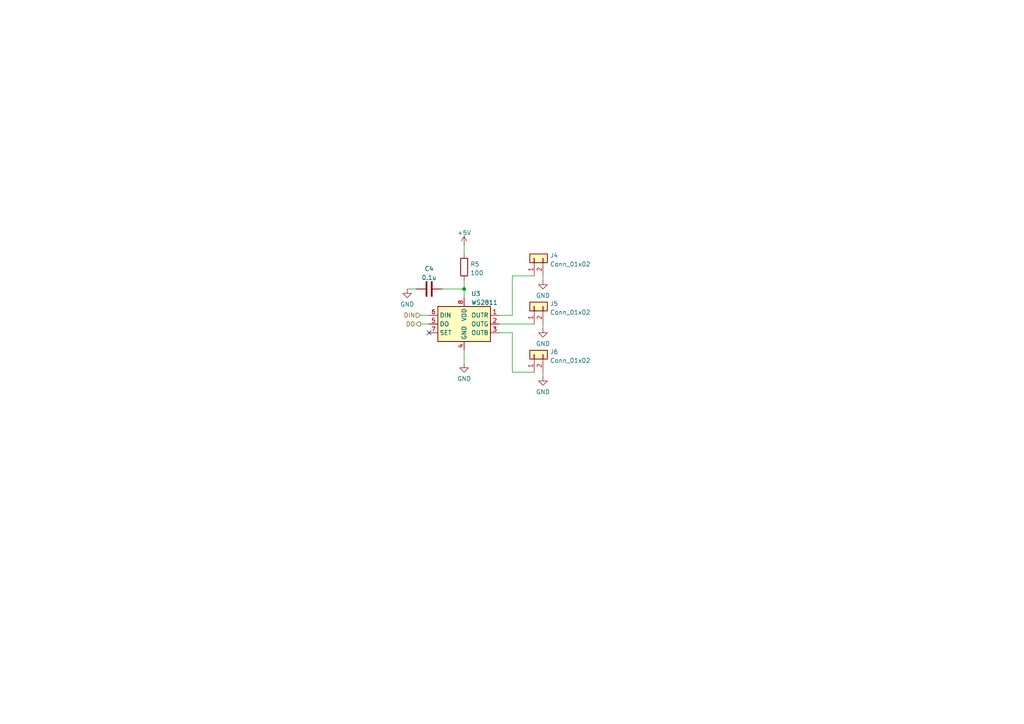
<source format=kicad_sch>
(kicad_sch (version 20211123) (generator eeschema)
  (paper "A4")
  (lib_symbols
    (symbol "Connector_Generic:Conn_01x02" (pin_names (offset 1.016) hide)
      (property "Reference" "J" (at 0 2.54 0))
      (property "Value" "Conn_01x02" (at 0 -5.08 0))
      (symbol "Conn_01x02_1_1"
        (rectangle (start -1.27 -2.413) (end 0 -2.667) (stroke (width 0.1524)))
        (rectangle (start -1.27 0.127) (end 0 -0.127) (stroke (width 0.1524)))
        (rectangle (start -1.27 1.27) (end 1.27 -3.81) (stroke (width 0.254)) (fill (type background)))
        (pin passive line (at -5.08 0 0) (length 3.81) (name "Pin_1") (number "1"))
        (pin passive line (at -5.08 -2.54 0) (length 3.81) (name "Pin_2") (number "2"))
      )
    )
    (symbol "Device:C" (pin_numbers hide) (pin_names (offset 0.254))
      (property "Reference" "C" (at 0.635 2.54 0))
      (property "Value" "C" (at 0.635 -2.54 0))
      (symbol "C_0_1"
        (polyline (pts (xy -2.032 -0.762) (xy 2.032 -0.762)) (stroke (width 0.508)))
        (polyline (pts (xy -2.032 0.762) (xy 2.032 0.762)) (stroke (width 0.508)))
      )
      (symbol "C_1_1"
        (pin passive line (at 0 3.81 270) (length 2.794) (name "~") (number "1"))
        (pin passive line (at 0 -3.81 90) (length 2.794) (name "~") (number "2"))
      )
    )
    (symbol "Device:R" (pin_numbers hide) (pin_names (offset 0))
      (property "Reference" "R" (at 2.032 0 90))
      (property "Value" "R" (at 0 0 90))
      (symbol "R_0_1"
        (rectangle (start -1.016 -2.54) (end 1.016 2.54) (stroke (width 0.254)))
      )
      (symbol "R_1_1"
        (pin passive line (at 0 3.81 270) (length 1.27) (name "~") (number "1"))
        (pin passive line (at 0 -3.81 90) (length 1.27) (name "~") (number "2"))
      )
    )
    (symbol "Driver_LED:WS2811"
      (property "Reference" "U" (at -6.35 6.35 0))
      (property "Value" "WS2811" (at 5.08 6.35 0))
      (symbol "WS2811_0_1"
        (rectangle (start -7.62 5.08) (end 7.62 -5.08) (stroke (width 0.254)) (fill (type background)))
      )
      (symbol "WS2811_1_1"
        (pin output line (at 10.16 2.54 180) (length 2.54) (name "OUTR") (number "1"))
        (pin output line (at 10.16 0 180) (length 2.54) (name "OUTG") (number "2"))
        (pin output line (at 10.16 -2.54 180) (length 2.54) (name "OUTB") (number "3"))
        (pin power_in line (at 0 -7.62 90) (length 2.54) (name "GND") (number "4"))
        (pin output line (at -10.16 0 0) (length 2.54) (name "DO") (number "5"))
        (pin input line (at -10.16 2.54 0) (length 2.54) (name "DIN") (number "6"))
        (pin input line (at -10.16 -2.54 0) (length 2.54) (name "SET") (number "7"))
        (pin power_in line (at 0 7.62 270) (length 2.54) (name "VDD") (number "8"))
      )
    )
    (symbol "power:+5V" (power) (pin_names (offset 0))
      (property "Value" "+5V" (at 0 3.556 0))
      (symbol "+5V_0_1"
        (polyline (pts (xy -0.762 1.27) (xy 0 2.54)))
        (polyline (pts (xy 0 0) (xy 0 2.54)))
        (polyline (pts (xy 0 2.54) (xy 0.762 1.27)))
      )
      (symbol "+5V_1_1"
        (pin power_in line (at 0 0 90) (length 0) hide (name "+5V") (number "1"))
      )
    )
    (symbol "power:GND" (power) (pin_names (offset 0))
      (property "Value" "GND" (at 0 -3.81 0))
      (symbol "GND_0_1"
        (polyline (pts (xy 0 0) (xy 0 -1.27) (xy 1.27 -1.27) (xy 0 -2.54) (xy -1.27 -1.27) (xy 0 -1.27)))
      )
      (symbol "GND_1_1"
        (pin power_in line (at 0 0 270) (length 0) hide (name "GND") (number "1"))
      )
    )
  )
  (junction (at 134.62 83.82))
  (no_connect (at 124.46 96.52))
  (wire (pts (xy 120.65 83.82) (xy 118.11 83.82)))
  (wire (pts (xy 148.59 80.01) (xy 154.94 80.01)))
  (wire (pts (xy 148.59 107.95) (xy 154.94 107.95)))
  (wire (pts (xy 134.62 83.82) (xy 134.62 86.36)))
  (wire (pts (xy 121.92 91.44) (xy 124.46 91.44)))
  (wire (pts (xy 144.78 96.52) (xy 148.59 96.52)))
  (wire (pts (xy 144.78 91.44) (xy 148.59 91.44)))
  (wire (pts (xy 134.62 101.6) (xy 134.62 105.41)))
  (wire (pts (xy 157.48 93.98) (xy 157.48 95.25)))
  (wire (pts (xy 134.62 81.28) (xy 134.62 83.82)))
  (wire (pts (xy 134.62 71.12) (xy 134.62 73.66)))
  (wire (pts (xy 157.48 80.01) (xy 157.48 81.28)))
  (wire (pts (xy 157.48 107.95) (xy 157.48 109.22)))
  (wire (pts (xy 121.92 93.98) (xy 124.46 93.98)))
  (wire (pts (xy 144.78 93.98) (xy 154.94 93.98)))
  (wire (pts (xy 148.59 96.52) (xy 148.59 107.95)))
  (wire (pts (xy 148.59 91.44) (xy 148.59 80.01)))
  (wire (pts (xy 134.62 83.82) (xy 128.27 83.82)))
  (hierarchical_label "DIN" (shape input) (at 121.92 91.44 180))
  (hierarchical_label "DO" (shape output) (at 121.92 93.98 180))
  (symbol (lib_id "power:GND") (at 118.11 83.82 0) (unit 1)
    (property "Reference" "#PWR0116" (effects hide))
    (property "Value" "GND" (at 118.11 88.2634 0))
  )
  (symbol (lib_id "power:GND") (at 157.48 95.25 0) (unit 1)
    (property "Reference" "#PWR0119" (effects hide))
    (property "Value" "GND" (at 157.48 99.6934 0))
  )
  (symbol (lib_id "Driver_LED:WS2811") (at 134.62 93.98 0) (unit 1)
    (property "Reference" "U3" (at 136.6394 85.2002 0) (effects (justify left)))
    (property "Value" "WS2811" (at 136.6394 87.7371 0) (effects (justify left)))
    (property "Footprint" "Package_SO:SOP-8_3.9x4.9mm_P1.27mm" (effects hide))
    (property "Datasheet" "https://cdn-shop.adafruit.com/datasheets/WS2811.pdf" (effects hide))
  )
  (symbol (lib_id "Connector_Generic:Conn_01x02") (at 154.94 88.9 90) (unit 1)
    (property "Reference" "J5" (at 159.512 88.0653 90) (effects (justify right)))
    (property "Value" "Conn_01x02" (at 159.512 90.6022 90) (effects (justify right)))
    (property "Footprint" "Connector_Molex:Molex_KK-254_AE-6410-02A_1x02_P2.54mm_Vertical" (effects hide))
  )
  (symbol (lib_id "power:GND") (at 134.62 105.41 0) (unit 1)
    (property "Reference" "#PWR0115" (effects hide))
    (property "Value" "GND" (at 134.62 109.8534 0))
  )
  (symbol (lib_id "Device:C") (at 124.46 83.82 270) (unit 1)
    (property "Reference" "C4" (at 124.46 77.9612 90))
    (property "Value" "0.1u" (at 124.46 80.4981 90))
    (property "Footprint" "Capacitor_SMD:C_0603_1608Metric" (effects hide))
  )
  (symbol (lib_id "power:GND") (at 157.48 109.22 0) (unit 1)
    (property "Reference" "#PWR0120" (effects hide))
    (property "Value" "GND" (at 157.48 113.6634 0))
  )
  (symbol (lib_id "power:+5V") (at 134.62 71.12 0) (unit 1)
    (property "Reference" "#PWR0117" (effects hide))
    (property "Value" "+5V" (at 134.62 67.5442 0))
  )
  (symbol (lib_id "Device:R") (at 134.62 77.47 0) (unit 1)
    (property "Reference" "R5" (at 136.398 76.6353 0) (effects (justify left)))
    (property "Value" "100" (at 136.398 79.1722 0) (effects (justify left)))
    (property "Footprint" "Resistor_SMD:R_1206_3216Metric" (effects hide))
  )
  (symbol (lib_id "power:GND") (at 157.48 81.28 0) (unit 1)
    (property "Reference" "#PWR0118" (effects hide))
    (property "Value" "GND" (at 157.48 85.7234 0))
  )
  (symbol (lib_id "Connector_Generic:Conn_01x02") (at 154.94 74.93 90) (unit 1)
    (property "Reference" "J4" (at 159.512 74.0953 90) (effects (justify right)))
    (property "Value" "Conn_01x02" (at 159.512 76.6322 90) (effects (justify right)))
    (property "Footprint" "Connector_Molex:Molex_KK-254_AE-6410-02A_1x02_P2.54mm_Vertical" (effects hide))
  )
  (symbol (lib_id "Connector_Generic:Conn_01x02") (at 154.94 102.87 90) (unit 1)
    (property "Reference" "J6" (at 159.512 102.0353 90) (effects (justify right)))
    (property "Value" "Conn_01x02" (at 159.512 104.5722 90) (effects (justify right)))
    (property "Footprint" "Connector_Molex:Molex_KK-254_AE-6410-02A_1x02_P2.54mm_Vertical" (effects hide))
  )
)
</source>
